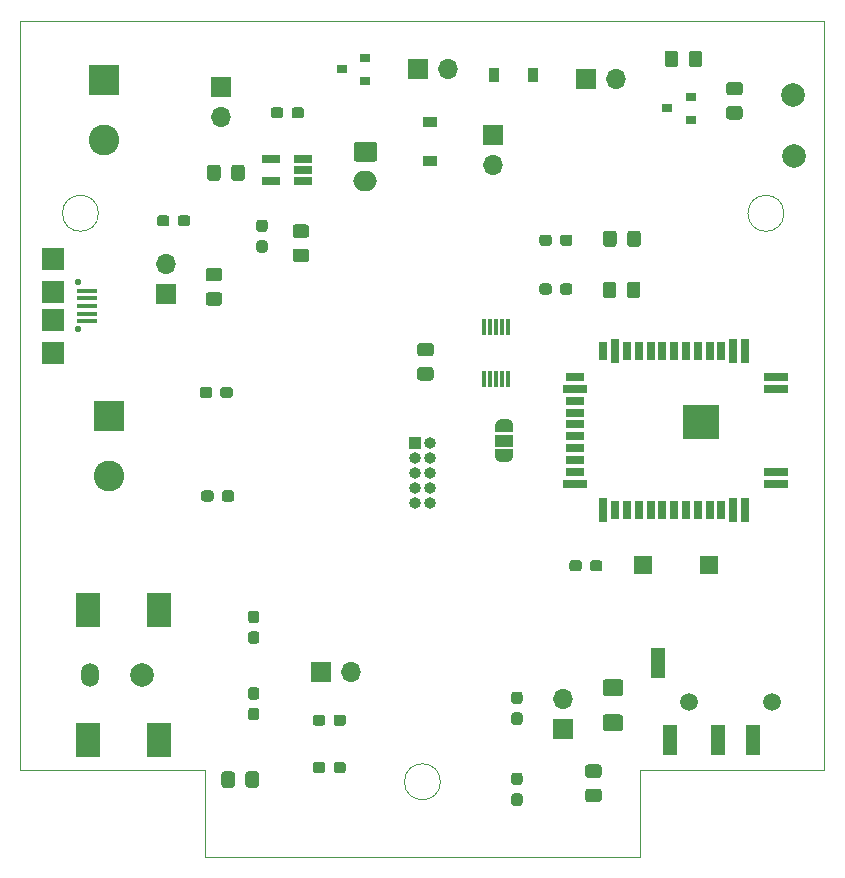
<source format=gbr>
%TF.GenerationSoftware,KiCad,Pcbnew,(5.1.8)-1*%
%TF.CreationDate,2021-05-25T14:35:32+05:30*%
%TF.ProjectId,ATM90_WLR_BOARD,41544d39-305f-4574-9c52-5f424f415244,rev?*%
%TF.SameCoordinates,Original*%
%TF.FileFunction,Soldermask,Top*%
%TF.FilePolarity,Negative*%
%FSLAX46Y46*%
G04 Gerber Fmt 4.6, Leading zero omitted, Abs format (unit mm)*
G04 Created by KiCad (PCBNEW (5.1.8)-1) date 2021-05-25 14:35:32*
%MOMM*%
%LPD*%
G01*
G04 APERTURE LIST*
%TA.AperFunction,Profile*%
%ADD10C,0.050000*%
%TD*%
%ADD11R,1.900000X1.900000*%
%ADD12C,0.550000*%
%ADD13R,1.800000X0.400000*%
%ADD14R,1.500000X1.500000*%
%ADD15O,2.000000X1.700000*%
%ADD16R,1.200000X0.900000*%
%ADD17R,0.900000X1.200000*%
%ADD18R,0.700000X2.000000*%
%ADD19R,0.700000X1.500000*%
%ADD20R,1.500000X0.700000*%
%ADD21R,2.000000X0.700000*%
%ADD22R,3.030000X3.000000*%
%ADD23O,1.500000X2.000000*%
%ADD24C,2.000000*%
%ADD25R,2.000000X3.000000*%
%ADD26R,1.200000X2.500000*%
%ADD27C,1.500000*%
%ADD28C,2.600000*%
%ADD29R,2.600000X2.600000*%
%ADD30R,1.700000X1.700000*%
%ADD31O,1.700000X1.700000*%
%ADD32O,1.000000X1.000000*%
%ADD33R,1.000000X1.000000*%
%ADD34C,0.100000*%
%ADD35R,1.500000X1.000000*%
%ADD36R,0.900000X0.800000*%
%ADD37R,1.560000X0.650000*%
%ADD38R,0.300000X1.400000*%
G04 APERTURE END LIST*
D10*
X80391000Y-135890000D02*
X80391000Y-72517000D01*
X148463000Y-72517000D02*
X148463000Y-135890000D01*
X148463000Y-72517000D02*
X80391000Y-72517000D01*
X132842000Y-135890000D02*
X148463000Y-135890000D01*
X132842000Y-143256000D02*
X132842000Y-135890000D01*
X96012000Y-135890000D02*
X96012000Y-143256000D01*
X80391000Y-135890000D02*
X96012000Y-135890000D01*
X96012000Y-143256000D02*
X132842000Y-143256000D01*
X115951000Y-136906000D02*
G75*
G03*
X115951000Y-136906000I-1524000J0D01*
G01*
X145034000Y-88773000D02*
G75*
G03*
X145034000Y-88773000I-1524000J0D01*
G01*
X86995000Y-88773000D02*
G75*
G03*
X86995000Y-88773000I-1524000J0D01*
G01*
D11*
%TO.C,J6*%
X83140000Y-95410000D03*
X83140000Y-97810000D03*
X83140000Y-100560000D03*
X83140000Y-92660000D03*
D12*
X85290000Y-98610000D03*
X85290000Y-94610000D03*
D13*
X86040000Y-97910000D03*
X86040000Y-97260000D03*
X86040000Y-96610000D03*
X86040000Y-95310000D03*
X86040000Y-95960000D03*
%TD*%
%TO.C,R15*%
G36*
G01*
X96741500Y-112474500D02*
X96741500Y-112949500D01*
G75*
G02*
X96504000Y-113187000I-237500J0D01*
G01*
X95929000Y-113187000D01*
G75*
G02*
X95691500Y-112949500I0J237500D01*
G01*
X95691500Y-112474500D01*
G75*
G02*
X95929000Y-112237000I237500J0D01*
G01*
X96504000Y-112237000D01*
G75*
G02*
X96741500Y-112474500I0J-237500D01*
G01*
G37*
G36*
G01*
X98491500Y-112474500D02*
X98491500Y-112949500D01*
G75*
G02*
X98254000Y-113187000I-237500J0D01*
G01*
X97679000Y-113187000D01*
G75*
G02*
X97441500Y-112949500I0J237500D01*
G01*
X97441500Y-112474500D01*
G75*
G02*
X97679000Y-112237000I237500J0D01*
G01*
X98254000Y-112237000D01*
G75*
G02*
X98491500Y-112474500I0J-237500D01*
G01*
G37*
%TD*%
%TO.C,R14*%
G36*
G01*
X97314500Y-104187500D02*
X97314500Y-103712500D01*
G75*
G02*
X97552000Y-103475000I237500J0D01*
G01*
X98127000Y-103475000D01*
G75*
G02*
X98364500Y-103712500I0J-237500D01*
G01*
X98364500Y-104187500D01*
G75*
G02*
X98127000Y-104425000I-237500J0D01*
G01*
X97552000Y-104425000D01*
G75*
G02*
X97314500Y-104187500I0J237500D01*
G01*
G37*
G36*
G01*
X95564500Y-104187500D02*
X95564500Y-103712500D01*
G75*
G02*
X95802000Y-103475000I237500J0D01*
G01*
X96377000Y-103475000D01*
G75*
G02*
X96614500Y-103712500I0J-237500D01*
G01*
X96614500Y-104187500D01*
G75*
G02*
X96377000Y-104425000I-237500J0D01*
G01*
X95802000Y-104425000D01*
G75*
G02*
X95564500Y-104187500I0J237500D01*
G01*
G37*
%TD*%
%TO.C,R13*%
G36*
G01*
X126080000Y-95424500D02*
X126080000Y-94949500D01*
G75*
G02*
X126317500Y-94712000I237500J0D01*
G01*
X126892500Y-94712000D01*
G75*
G02*
X127130000Y-94949500I0J-237500D01*
G01*
X127130000Y-95424500D01*
G75*
G02*
X126892500Y-95662000I-237500J0D01*
G01*
X126317500Y-95662000D01*
G75*
G02*
X126080000Y-95424500I0J237500D01*
G01*
G37*
G36*
G01*
X124330000Y-95424500D02*
X124330000Y-94949500D01*
G75*
G02*
X124567500Y-94712000I237500J0D01*
G01*
X125142500Y-94712000D01*
G75*
G02*
X125380000Y-94949500I0J-237500D01*
G01*
X125380000Y-95424500D01*
G75*
G02*
X125142500Y-95662000I-237500J0D01*
G01*
X124567500Y-95662000D01*
G75*
G02*
X124330000Y-95424500I0J237500D01*
G01*
G37*
%TD*%
%TO.C,R12*%
G36*
G01*
X126080000Y-91296500D02*
X126080000Y-90821500D01*
G75*
G02*
X126317500Y-90584000I237500J0D01*
G01*
X126892500Y-90584000D01*
G75*
G02*
X127130000Y-90821500I0J-237500D01*
G01*
X127130000Y-91296500D01*
G75*
G02*
X126892500Y-91534000I-237500J0D01*
G01*
X126317500Y-91534000D01*
G75*
G02*
X126080000Y-91296500I0J237500D01*
G01*
G37*
G36*
G01*
X124330000Y-91296500D02*
X124330000Y-90821500D01*
G75*
G02*
X124567500Y-90584000I237500J0D01*
G01*
X125142500Y-90584000D01*
G75*
G02*
X125380000Y-90821500I0J-237500D01*
G01*
X125380000Y-91296500D01*
G75*
G02*
X125142500Y-91534000I-237500J0D01*
G01*
X124567500Y-91534000D01*
G75*
G02*
X124330000Y-91296500I0J237500D01*
G01*
G37*
%TD*%
%TO.C,R11*%
G36*
G01*
X128620000Y-118855500D02*
X128620000Y-118380500D01*
G75*
G02*
X128857500Y-118143000I237500J0D01*
G01*
X129432500Y-118143000D01*
G75*
G02*
X129670000Y-118380500I0J-237500D01*
G01*
X129670000Y-118855500D01*
G75*
G02*
X129432500Y-119093000I-237500J0D01*
G01*
X128857500Y-119093000D01*
G75*
G02*
X128620000Y-118855500I0J237500D01*
G01*
G37*
G36*
G01*
X126870000Y-118855500D02*
X126870000Y-118380500D01*
G75*
G02*
X127107500Y-118143000I237500J0D01*
G01*
X127682500Y-118143000D01*
G75*
G02*
X127920000Y-118380500I0J-237500D01*
G01*
X127920000Y-118855500D01*
G75*
G02*
X127682500Y-119093000I-237500J0D01*
G01*
X127107500Y-119093000D01*
G75*
G02*
X126870000Y-118855500I0J237500D01*
G01*
G37*
%TD*%
%TO.C,R10*%
G36*
G01*
X102647000Y-80026500D02*
X102647000Y-80501500D01*
G75*
G02*
X102409500Y-80739000I-237500J0D01*
G01*
X101834500Y-80739000D01*
G75*
G02*
X101597000Y-80501500I0J237500D01*
G01*
X101597000Y-80026500D01*
G75*
G02*
X101834500Y-79789000I237500J0D01*
G01*
X102409500Y-79789000D01*
G75*
G02*
X102647000Y-80026500I0J-237500D01*
G01*
G37*
G36*
G01*
X104397000Y-80026500D02*
X104397000Y-80501500D01*
G75*
G02*
X104159500Y-80739000I-237500J0D01*
G01*
X103584500Y-80739000D01*
G75*
G02*
X103347000Y-80501500I0J237500D01*
G01*
X103347000Y-80026500D01*
G75*
G02*
X103584500Y-79789000I237500J0D01*
G01*
X104159500Y-79789000D01*
G75*
G02*
X104397000Y-80026500I0J-237500D01*
G01*
G37*
%TD*%
%TO.C,R9*%
G36*
G01*
X100600500Y-91063000D02*
X101075500Y-91063000D01*
G75*
G02*
X101313000Y-91300500I0J-237500D01*
G01*
X101313000Y-91875500D01*
G75*
G02*
X101075500Y-92113000I-237500J0D01*
G01*
X100600500Y-92113000D01*
G75*
G02*
X100363000Y-91875500I0J237500D01*
G01*
X100363000Y-91300500D01*
G75*
G02*
X100600500Y-91063000I237500J0D01*
G01*
G37*
G36*
G01*
X100600500Y-89313000D02*
X101075500Y-89313000D01*
G75*
G02*
X101313000Y-89550500I0J-237500D01*
G01*
X101313000Y-90125500D01*
G75*
G02*
X101075500Y-90363000I-237500J0D01*
G01*
X100600500Y-90363000D01*
G75*
G02*
X100363000Y-90125500I0J237500D01*
G01*
X100363000Y-89550500D01*
G75*
G02*
X100600500Y-89313000I237500J0D01*
G01*
G37*
%TD*%
%TO.C,R8*%
G36*
G01*
X93710000Y-89645500D02*
X93710000Y-89170500D01*
G75*
G02*
X93947500Y-88933000I237500J0D01*
G01*
X94522500Y-88933000D01*
G75*
G02*
X94760000Y-89170500I0J-237500D01*
G01*
X94760000Y-89645500D01*
G75*
G02*
X94522500Y-89883000I-237500J0D01*
G01*
X93947500Y-89883000D01*
G75*
G02*
X93710000Y-89645500I0J237500D01*
G01*
G37*
G36*
G01*
X91960000Y-89645500D02*
X91960000Y-89170500D01*
G75*
G02*
X92197500Y-88933000I237500J0D01*
G01*
X92772500Y-88933000D01*
G75*
G02*
X93010000Y-89170500I0J-237500D01*
G01*
X93010000Y-89645500D01*
G75*
G02*
X92772500Y-89883000I-237500J0D01*
G01*
X92197500Y-89883000D01*
G75*
G02*
X91960000Y-89645500I0J237500D01*
G01*
G37*
%TD*%
%TO.C,R7*%
G36*
G01*
X106903000Y-135937500D02*
X106903000Y-135462500D01*
G75*
G02*
X107140500Y-135225000I237500J0D01*
G01*
X107715500Y-135225000D01*
G75*
G02*
X107953000Y-135462500I0J-237500D01*
G01*
X107953000Y-135937500D01*
G75*
G02*
X107715500Y-136175000I-237500J0D01*
G01*
X107140500Y-136175000D01*
G75*
G02*
X106903000Y-135937500I0J237500D01*
G01*
G37*
G36*
G01*
X105153000Y-135937500D02*
X105153000Y-135462500D01*
G75*
G02*
X105390500Y-135225000I237500J0D01*
G01*
X105965500Y-135225000D01*
G75*
G02*
X106203000Y-135462500I0J-237500D01*
G01*
X106203000Y-135937500D01*
G75*
G02*
X105965500Y-136175000I-237500J0D01*
G01*
X105390500Y-136175000D01*
G75*
G02*
X105153000Y-135937500I0J237500D01*
G01*
G37*
%TD*%
%TO.C,R6*%
G36*
G01*
X106203000Y-131461500D02*
X106203000Y-131936500D01*
G75*
G02*
X105965500Y-132174000I-237500J0D01*
G01*
X105390500Y-132174000D01*
G75*
G02*
X105153000Y-131936500I0J237500D01*
G01*
X105153000Y-131461500D01*
G75*
G02*
X105390500Y-131224000I237500J0D01*
G01*
X105965500Y-131224000D01*
G75*
G02*
X106203000Y-131461500I0J-237500D01*
G01*
G37*
G36*
G01*
X107953000Y-131461500D02*
X107953000Y-131936500D01*
G75*
G02*
X107715500Y-132174000I-237500J0D01*
G01*
X107140500Y-132174000D01*
G75*
G02*
X106903000Y-131936500I0J237500D01*
G01*
X106903000Y-131461500D01*
G75*
G02*
X107140500Y-131224000I237500J0D01*
G01*
X107715500Y-131224000D01*
G75*
G02*
X107953000Y-131461500I0J-237500D01*
G01*
G37*
%TD*%
%TO.C,R5*%
G36*
G01*
X122190500Y-137891000D02*
X122665500Y-137891000D01*
G75*
G02*
X122903000Y-138128500I0J-237500D01*
G01*
X122903000Y-138703500D01*
G75*
G02*
X122665500Y-138941000I-237500J0D01*
G01*
X122190500Y-138941000D01*
G75*
G02*
X121953000Y-138703500I0J237500D01*
G01*
X121953000Y-138128500D01*
G75*
G02*
X122190500Y-137891000I237500J0D01*
G01*
G37*
G36*
G01*
X122190500Y-136141000D02*
X122665500Y-136141000D01*
G75*
G02*
X122903000Y-136378500I0J-237500D01*
G01*
X122903000Y-136953500D01*
G75*
G02*
X122665500Y-137191000I-237500J0D01*
G01*
X122190500Y-137191000D01*
G75*
G02*
X121953000Y-136953500I0J237500D01*
G01*
X121953000Y-136378500D01*
G75*
G02*
X122190500Y-136141000I237500J0D01*
G01*
G37*
%TD*%
%TO.C,R4*%
G36*
G01*
X122190500Y-131033000D02*
X122665500Y-131033000D01*
G75*
G02*
X122903000Y-131270500I0J-237500D01*
G01*
X122903000Y-131845500D01*
G75*
G02*
X122665500Y-132083000I-237500J0D01*
G01*
X122190500Y-132083000D01*
G75*
G02*
X121953000Y-131845500I0J237500D01*
G01*
X121953000Y-131270500D01*
G75*
G02*
X122190500Y-131033000I237500J0D01*
G01*
G37*
G36*
G01*
X122190500Y-129283000D02*
X122665500Y-129283000D01*
G75*
G02*
X122903000Y-129520500I0J-237500D01*
G01*
X122903000Y-130095500D01*
G75*
G02*
X122665500Y-130333000I-237500J0D01*
G01*
X122190500Y-130333000D01*
G75*
G02*
X121953000Y-130095500I0J237500D01*
G01*
X121953000Y-129520500D01*
G75*
G02*
X122190500Y-129283000I237500J0D01*
G01*
G37*
%TD*%
%TO.C,R3*%
G36*
G01*
X99901500Y-130652000D02*
X100376500Y-130652000D01*
G75*
G02*
X100614000Y-130889500I0J-237500D01*
G01*
X100614000Y-131464500D01*
G75*
G02*
X100376500Y-131702000I-237500J0D01*
G01*
X99901500Y-131702000D01*
G75*
G02*
X99664000Y-131464500I0J237500D01*
G01*
X99664000Y-130889500D01*
G75*
G02*
X99901500Y-130652000I237500J0D01*
G01*
G37*
G36*
G01*
X99901500Y-128902000D02*
X100376500Y-128902000D01*
G75*
G02*
X100614000Y-129139500I0J-237500D01*
G01*
X100614000Y-129714500D01*
G75*
G02*
X100376500Y-129952000I-237500J0D01*
G01*
X99901500Y-129952000D01*
G75*
G02*
X99664000Y-129714500I0J237500D01*
G01*
X99664000Y-129139500D01*
G75*
G02*
X99901500Y-128902000I237500J0D01*
G01*
G37*
%TD*%
%TO.C,R2*%
G36*
G01*
X99901500Y-124175000D02*
X100376500Y-124175000D01*
G75*
G02*
X100614000Y-124412500I0J-237500D01*
G01*
X100614000Y-124987500D01*
G75*
G02*
X100376500Y-125225000I-237500J0D01*
G01*
X99901500Y-125225000D01*
G75*
G02*
X99664000Y-124987500I0J237500D01*
G01*
X99664000Y-124412500D01*
G75*
G02*
X99901500Y-124175000I237500J0D01*
G01*
G37*
G36*
G01*
X99901500Y-122425000D02*
X100376500Y-122425000D01*
G75*
G02*
X100614000Y-122662500I0J-237500D01*
G01*
X100614000Y-123237500D01*
G75*
G02*
X100376500Y-123475000I-237500J0D01*
G01*
X99901500Y-123475000D01*
G75*
G02*
X99664000Y-123237500I0J237500D01*
G01*
X99664000Y-122662500D01*
G75*
G02*
X99901500Y-122425000I237500J0D01*
G01*
G37*
%TD*%
%TO.C,D1*%
G36*
G01*
X97224001Y-94546000D02*
X96323999Y-94546000D01*
G75*
G02*
X96074000Y-94296001I0J249999D01*
G01*
X96074000Y-93645999D01*
G75*
G02*
X96323999Y-93396000I249999J0D01*
G01*
X97224001Y-93396000D01*
G75*
G02*
X97474000Y-93645999I0J-249999D01*
G01*
X97474000Y-94296001D01*
G75*
G02*
X97224001Y-94546000I-249999J0D01*
G01*
G37*
G36*
G01*
X97224001Y-96596000D02*
X96323999Y-96596000D01*
G75*
G02*
X96074000Y-96346001I0J249999D01*
G01*
X96074000Y-95695999D01*
G75*
G02*
X96323999Y-95446000I249999J0D01*
G01*
X97224001Y-95446000D01*
G75*
G02*
X97474000Y-95695999I0J-249999D01*
G01*
X97474000Y-96346001D01*
G75*
G02*
X97224001Y-96596000I-249999J0D01*
G01*
G37*
%TD*%
%TO.C,C7*%
G36*
G01*
X115131001Y-100896000D02*
X114230999Y-100896000D01*
G75*
G02*
X113981000Y-100646001I0J249999D01*
G01*
X113981000Y-99995999D01*
G75*
G02*
X114230999Y-99746000I249999J0D01*
G01*
X115131001Y-99746000D01*
G75*
G02*
X115381000Y-99995999I0J-249999D01*
G01*
X115381000Y-100646001D01*
G75*
G02*
X115131001Y-100896000I-249999J0D01*
G01*
G37*
G36*
G01*
X115131001Y-102946000D02*
X114230999Y-102946000D01*
G75*
G02*
X113981000Y-102696001I0J249999D01*
G01*
X113981000Y-102045999D01*
G75*
G02*
X114230999Y-101796000I249999J0D01*
G01*
X115131001Y-101796000D01*
G75*
G02*
X115381000Y-102045999I0J-249999D01*
G01*
X115381000Y-102696001D01*
G75*
G02*
X115131001Y-102946000I-249999J0D01*
G01*
G37*
%TD*%
%TO.C,C6*%
G36*
G01*
X140392999Y-79698000D02*
X141293001Y-79698000D01*
G75*
G02*
X141543000Y-79947999I0J-249999D01*
G01*
X141543000Y-80598001D01*
G75*
G02*
X141293001Y-80848000I-249999J0D01*
G01*
X140392999Y-80848000D01*
G75*
G02*
X140143000Y-80598001I0J249999D01*
G01*
X140143000Y-79947999D01*
G75*
G02*
X140392999Y-79698000I249999J0D01*
G01*
G37*
G36*
G01*
X140392999Y-77648000D02*
X141293001Y-77648000D01*
G75*
G02*
X141543000Y-77897999I0J-249999D01*
G01*
X141543000Y-78548001D01*
G75*
G02*
X141293001Y-78798000I-249999J0D01*
G01*
X140392999Y-78798000D01*
G75*
G02*
X140143000Y-78548001I0J249999D01*
G01*
X140143000Y-77897999D01*
G75*
G02*
X140392999Y-77648000I249999J0D01*
G01*
G37*
%TD*%
%TO.C,C5*%
G36*
G01*
X136975000Y-76142001D02*
X136975000Y-75241999D01*
G75*
G02*
X137224999Y-74992000I249999J0D01*
G01*
X137875001Y-74992000D01*
G75*
G02*
X138125000Y-75241999I0J-249999D01*
G01*
X138125000Y-76142001D01*
G75*
G02*
X137875001Y-76392000I-249999J0D01*
G01*
X137224999Y-76392000D01*
G75*
G02*
X136975000Y-76142001I0J249999D01*
G01*
G37*
G36*
G01*
X134925000Y-76142001D02*
X134925000Y-75241999D01*
G75*
G02*
X135174999Y-74992000I249999J0D01*
G01*
X135825001Y-74992000D01*
G75*
G02*
X136075000Y-75241999I0J-249999D01*
G01*
X136075000Y-76142001D01*
G75*
G02*
X135825001Y-76392000I-249999J0D01*
G01*
X135174999Y-76392000D01*
G75*
G02*
X134925000Y-76142001I0J249999D01*
G01*
G37*
%TD*%
%TO.C,C2*%
G36*
G01*
X99447000Y-137166001D02*
X99447000Y-136265999D01*
G75*
G02*
X99696999Y-136016000I249999J0D01*
G01*
X100347001Y-136016000D01*
G75*
G02*
X100597000Y-136265999I0J-249999D01*
G01*
X100597000Y-137166001D01*
G75*
G02*
X100347001Y-137416000I-249999J0D01*
G01*
X99696999Y-137416000D01*
G75*
G02*
X99447000Y-137166001I0J249999D01*
G01*
G37*
G36*
G01*
X97397000Y-137166001D02*
X97397000Y-136265999D01*
G75*
G02*
X97646999Y-136016000I249999J0D01*
G01*
X98297001Y-136016000D01*
G75*
G02*
X98547000Y-136265999I0J-249999D01*
G01*
X98547000Y-137166001D01*
G75*
G02*
X98297001Y-137416000I-249999J0D01*
G01*
X97646999Y-137416000D01*
G75*
G02*
X97397000Y-137166001I0J249999D01*
G01*
G37*
%TD*%
%TO.C,C1*%
G36*
G01*
X128454999Y-137483000D02*
X129355001Y-137483000D01*
G75*
G02*
X129605000Y-137732999I0J-249999D01*
G01*
X129605000Y-138383001D01*
G75*
G02*
X129355001Y-138633000I-249999J0D01*
G01*
X128454999Y-138633000D01*
G75*
G02*
X128205000Y-138383001I0J249999D01*
G01*
X128205000Y-137732999D01*
G75*
G02*
X128454999Y-137483000I249999J0D01*
G01*
G37*
G36*
G01*
X128454999Y-135433000D02*
X129355001Y-135433000D01*
G75*
G02*
X129605000Y-135682999I0J-249999D01*
G01*
X129605000Y-136333001D01*
G75*
G02*
X129355001Y-136583000I-249999J0D01*
G01*
X128454999Y-136583000D01*
G75*
G02*
X128205000Y-136333001I0J249999D01*
G01*
X128205000Y-135682999D01*
G75*
G02*
X128454999Y-135433000I249999J0D01*
G01*
G37*
%TD*%
D14*
%TO.C,SW1*%
X133096000Y-118554500D03*
X138684000Y-118554500D03*
%TD*%
%TO.C,BT1*%
G36*
G01*
X108851000Y-82716000D02*
X110351000Y-82716000D01*
G75*
G02*
X110601000Y-82966000I0J-250000D01*
G01*
X110601000Y-84166000D01*
G75*
G02*
X110351000Y-84416000I-250000J0D01*
G01*
X108851000Y-84416000D01*
G75*
G02*
X108601000Y-84166000I0J250000D01*
G01*
X108601000Y-82966000D01*
G75*
G02*
X108851000Y-82716000I250000J0D01*
G01*
G37*
D15*
X109601000Y-86066000D03*
%TD*%
%TO.C,C3*%
G36*
G01*
X97340000Y-84893999D02*
X97340000Y-85794001D01*
G75*
G02*
X97090001Y-86044000I-249999J0D01*
G01*
X96439999Y-86044000D01*
G75*
G02*
X96190000Y-85794001I0J249999D01*
G01*
X96190000Y-84893999D01*
G75*
G02*
X96439999Y-84644000I249999J0D01*
G01*
X97090001Y-84644000D01*
G75*
G02*
X97340000Y-84893999I0J-249999D01*
G01*
G37*
G36*
G01*
X99390000Y-84893999D02*
X99390000Y-85794001D01*
G75*
G02*
X99140001Y-86044000I-249999J0D01*
G01*
X98489999Y-86044000D01*
G75*
G02*
X98240000Y-85794001I0J249999D01*
G01*
X98240000Y-84893999D01*
G75*
G02*
X98489999Y-84644000I249999J0D01*
G01*
X99140001Y-84644000D01*
G75*
G02*
X99390000Y-84893999I0J-249999D01*
G01*
G37*
%TD*%
%TO.C,C4*%
G36*
G01*
X103689999Y-89713000D02*
X104590001Y-89713000D01*
G75*
G02*
X104840000Y-89962999I0J-249999D01*
G01*
X104840000Y-90613001D01*
G75*
G02*
X104590001Y-90863000I-249999J0D01*
G01*
X103689999Y-90863000D01*
G75*
G02*
X103440000Y-90613001I0J249999D01*
G01*
X103440000Y-89962999D01*
G75*
G02*
X103689999Y-89713000I249999J0D01*
G01*
G37*
G36*
G01*
X103689999Y-91763000D02*
X104590001Y-91763000D01*
G75*
G02*
X104840000Y-92012999I0J-249999D01*
G01*
X104840000Y-92663001D01*
G75*
G02*
X104590001Y-92913000I-249999J0D01*
G01*
X103689999Y-92913000D01*
G75*
G02*
X103440000Y-92663001I0J249999D01*
G01*
X103440000Y-92012999D01*
G75*
G02*
X103689999Y-91763000I249999J0D01*
G01*
G37*
%TD*%
D16*
%TO.C,D2*%
X115062000Y-84327000D03*
X115062000Y-81027000D03*
%TD*%
%TO.C,D3*%
G36*
G01*
X131768000Y-91382001D02*
X131768000Y-90481999D01*
G75*
G02*
X132017999Y-90232000I249999J0D01*
G01*
X132668001Y-90232000D01*
G75*
G02*
X132918000Y-90481999I0J-249999D01*
G01*
X132918000Y-91382001D01*
G75*
G02*
X132668001Y-91632000I-249999J0D01*
G01*
X132017999Y-91632000D01*
G75*
G02*
X131768000Y-91382001I0J249999D01*
G01*
G37*
G36*
G01*
X129718000Y-91382001D02*
X129718000Y-90481999D01*
G75*
G02*
X129967999Y-90232000I249999J0D01*
G01*
X130618001Y-90232000D01*
G75*
G02*
X130868000Y-90481999I0J-249999D01*
G01*
X130868000Y-91382001D01*
G75*
G02*
X130618001Y-91632000I-249999J0D01*
G01*
X129967999Y-91632000D01*
G75*
G02*
X129718000Y-91382001I0J249999D01*
G01*
G37*
%TD*%
%TO.C,D4*%
G36*
G01*
X129691000Y-95700001D02*
X129691000Y-94799999D01*
G75*
G02*
X129940999Y-94550000I249999J0D01*
G01*
X130591001Y-94550000D01*
G75*
G02*
X130841000Y-94799999I0J-249999D01*
G01*
X130841000Y-95700001D01*
G75*
G02*
X130591001Y-95950000I-249999J0D01*
G01*
X129940999Y-95950000D01*
G75*
G02*
X129691000Y-95700001I0J249999D01*
G01*
G37*
G36*
G01*
X131741000Y-95700001D02*
X131741000Y-94799999D01*
G75*
G02*
X131990999Y-94550000I249999J0D01*
G01*
X132641001Y-94550000D01*
G75*
G02*
X132891000Y-94799999I0J-249999D01*
G01*
X132891000Y-95700001D01*
G75*
G02*
X132641001Y-95950000I-249999J0D01*
G01*
X131990999Y-95950000D01*
G75*
G02*
X131741000Y-95700001I0J249999D01*
G01*
G37*
%TD*%
D17*
%TO.C,D5*%
X123760000Y-77089000D03*
X120460000Y-77089000D03*
%TD*%
D18*
%TO.C,IC1*%
X141746000Y-100405000D03*
X140746000Y-100405000D03*
D19*
X139746000Y-100405000D03*
X138746000Y-100405000D03*
X137746000Y-100405000D03*
X136746000Y-100405000D03*
X135746000Y-100405000D03*
X134746000Y-100405000D03*
X133746000Y-100405000D03*
X132746000Y-100405000D03*
X131746000Y-100405000D03*
D18*
X130746000Y-100405000D03*
D19*
X129746000Y-100405000D03*
D20*
X127326000Y-102655000D03*
D21*
X127326000Y-103655000D03*
D20*
X127326000Y-104655000D03*
X127326000Y-105655000D03*
X127326000Y-106655000D03*
X127326000Y-107655000D03*
X127326000Y-108655000D03*
X127326000Y-109655000D03*
X127326000Y-110655000D03*
D21*
X127326000Y-111655000D03*
D18*
X129746000Y-113905000D03*
D19*
X130746000Y-113905000D03*
X131746000Y-113905000D03*
X132746000Y-113905000D03*
X133746000Y-113905000D03*
X134746000Y-113905000D03*
X135746000Y-113905000D03*
X136746000Y-113905000D03*
X137746000Y-113905000D03*
X138746000Y-113905000D03*
X139746000Y-113905000D03*
D18*
X140746000Y-113905000D03*
X141746000Y-113905000D03*
D21*
X144326000Y-111655000D03*
X144326000Y-110655000D03*
X144326000Y-103655000D03*
X144326000Y-102655000D03*
D22*
X137996000Y-106455000D03*
%TD*%
D23*
%TO.C,J1*%
X86254000Y-127889000D03*
D24*
X90654000Y-127889000D03*
D25*
X86154000Y-122389000D03*
X92154000Y-122389000D03*
X92154000Y-133389000D03*
X86154000Y-133389000D03*
%TD*%
D26*
%TO.C,J2*%
X134331000Y-126861000D03*
X135431000Y-133361000D03*
X139431000Y-133361000D03*
X142431000Y-133361000D03*
D27*
X144031000Y-130111000D03*
X137031000Y-130111000D03*
%TD*%
D28*
%TO.C,J3*%
X87884000Y-110998000D03*
D29*
X87884000Y-105918000D03*
%TD*%
D30*
%TO.C,J4*%
X126365000Y-132461000D03*
D31*
X126365000Y-129921000D03*
%TD*%
%TO.C,J5*%
X108395000Y-127635000D03*
D30*
X105855000Y-127635000D03*
%TD*%
%TO.C,J7*%
X92710000Y-95631000D03*
D31*
X92710000Y-93091000D03*
%TD*%
D29*
%TO.C,J8*%
X87503000Y-77470000D03*
D28*
X87503000Y-82550000D03*
%TD*%
D31*
%TO.C,J9*%
X97409000Y-80645000D03*
D30*
X97409000Y-78105000D03*
%TD*%
%TO.C,J10*%
X120396000Y-82169000D03*
D31*
X120396000Y-84709000D03*
%TD*%
D30*
%TO.C,J11*%
X128270000Y-77406500D03*
D31*
X130810000Y-77406500D03*
%TD*%
%TO.C,J12*%
X116586000Y-76581000D03*
D30*
X114046000Y-76581000D03*
%TD*%
D32*
%TO.C,J13*%
X115062000Y-113284000D03*
X113792000Y-113284000D03*
X115062000Y-112014000D03*
X113792000Y-112014000D03*
X115062000Y-110744000D03*
X113792000Y-110744000D03*
X115062000Y-109474000D03*
X113792000Y-109474000D03*
X115062000Y-108204000D03*
D33*
X113792000Y-108204000D03*
%TD*%
D34*
%TO.C,JP1*%
G36*
X120599000Y-107263000D02*
G01*
X120599000Y-106713000D01*
X120599602Y-106713000D01*
X120599602Y-106688466D01*
X120604412Y-106639635D01*
X120613984Y-106591510D01*
X120628228Y-106544555D01*
X120647005Y-106499222D01*
X120670136Y-106455949D01*
X120697396Y-106415150D01*
X120728524Y-106377221D01*
X120763221Y-106342524D01*
X120801150Y-106311396D01*
X120841949Y-106284136D01*
X120885222Y-106261005D01*
X120930555Y-106242228D01*
X120977510Y-106227984D01*
X121025635Y-106218412D01*
X121074466Y-106213602D01*
X121099000Y-106213602D01*
X121099000Y-106213000D01*
X121599000Y-106213000D01*
X121599000Y-106213602D01*
X121623534Y-106213602D01*
X121672365Y-106218412D01*
X121720490Y-106227984D01*
X121767445Y-106242228D01*
X121812778Y-106261005D01*
X121856051Y-106284136D01*
X121896850Y-106311396D01*
X121934779Y-106342524D01*
X121969476Y-106377221D01*
X122000604Y-106415150D01*
X122027864Y-106455949D01*
X122050995Y-106499222D01*
X122069772Y-106544555D01*
X122084016Y-106591510D01*
X122093588Y-106639635D01*
X122098398Y-106688466D01*
X122098398Y-106713000D01*
X122099000Y-106713000D01*
X122099000Y-107263000D01*
X120599000Y-107263000D01*
G37*
G36*
X122098398Y-109313000D02*
G01*
X122098398Y-109337534D01*
X122093588Y-109386365D01*
X122084016Y-109434490D01*
X122069772Y-109481445D01*
X122050995Y-109526778D01*
X122027864Y-109570051D01*
X122000604Y-109610850D01*
X121969476Y-109648779D01*
X121934779Y-109683476D01*
X121896850Y-109714604D01*
X121856051Y-109741864D01*
X121812778Y-109764995D01*
X121767445Y-109783772D01*
X121720490Y-109798016D01*
X121672365Y-109807588D01*
X121623534Y-109812398D01*
X121599000Y-109812398D01*
X121599000Y-109813000D01*
X121099000Y-109813000D01*
X121099000Y-109812398D01*
X121074466Y-109812398D01*
X121025635Y-109807588D01*
X120977510Y-109798016D01*
X120930555Y-109783772D01*
X120885222Y-109764995D01*
X120841949Y-109741864D01*
X120801150Y-109714604D01*
X120763221Y-109683476D01*
X120728524Y-109648779D01*
X120697396Y-109610850D01*
X120670136Y-109570051D01*
X120647005Y-109526778D01*
X120628228Y-109481445D01*
X120613984Y-109434490D01*
X120604412Y-109386365D01*
X120599602Y-109337534D01*
X120599602Y-109313000D01*
X120599000Y-109313000D01*
X120599000Y-108763000D01*
X122099000Y-108763000D01*
X122099000Y-109313000D01*
X122098398Y-109313000D01*
G37*
D35*
X121349000Y-108013000D03*
%TD*%
D36*
%TO.C,Q1*%
X107585000Y-76581000D03*
X109585000Y-75631000D03*
X109585000Y-77531000D03*
%TD*%
%TO.C,R1*%
G36*
G01*
X129931000Y-131204000D02*
X131181000Y-131204000D01*
G75*
G02*
X131431000Y-131454000I0J-250000D01*
G01*
X131431000Y-132379000D01*
G75*
G02*
X131181000Y-132629000I-250000J0D01*
G01*
X129931000Y-132629000D01*
G75*
G02*
X129681000Y-132379000I0J250000D01*
G01*
X129681000Y-131454000D01*
G75*
G02*
X129931000Y-131204000I250000J0D01*
G01*
G37*
G36*
G01*
X129931000Y-128229000D02*
X131181000Y-128229000D01*
G75*
G02*
X131431000Y-128479000I0J-250000D01*
G01*
X131431000Y-129404000D01*
G75*
G02*
X131181000Y-129654000I-250000J0D01*
G01*
X129931000Y-129654000D01*
G75*
G02*
X129681000Y-129404000I0J250000D01*
G01*
X129681000Y-128479000D01*
G75*
G02*
X129931000Y-128229000I250000J0D01*
G01*
G37*
%TD*%
D24*
%TO.C,TP1*%
X145796000Y-78740000D03*
%TD*%
%TO.C,TP2*%
X145923000Y-83947000D03*
%TD*%
D37*
%TO.C,U1*%
X104347000Y-86040000D03*
X104347000Y-85090000D03*
X104347000Y-84140000D03*
X101647000Y-84140000D03*
X101647000Y-86040000D03*
%TD*%
D36*
%TO.C,U2*%
X137144000Y-80833000D03*
X137144000Y-78933000D03*
X135144000Y-79883000D03*
%TD*%
D38*
%TO.C,U3*%
X121650000Y-98384000D03*
X121150000Y-98384000D03*
X120650000Y-98384000D03*
X120150000Y-98384000D03*
X119650000Y-98384000D03*
X119650000Y-102784000D03*
X120150000Y-102784000D03*
X120650000Y-102784000D03*
X121150000Y-102784000D03*
X121650000Y-102784000D03*
%TD*%
M02*

</source>
